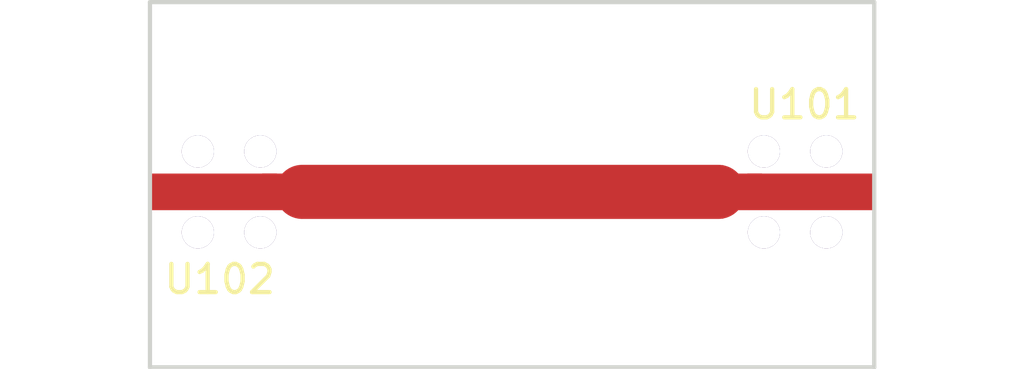
<source format=kicad_pcb>
(kicad_pcb (version 4) (host pcbnew 4.0.6)

  (general
    (links 12)
    (no_connects 8)
    (area 126.353499 83.363999 152.157501 96.468001)
    (thickness 1.6)
    (drawings 4)
    (tracks 3)
    (zones 0)
    (modules 2)
    (nets 3)
  )

  (page A4)
  (layers
    (0 F.Cu signal)
    (1 In1.Cu signal)
    (2 In2.Cu signal hide)
    (31 B.Cu signal)
    (32 B.Adhes user)
    (33 F.Adhes user)
    (34 B.Paste user)
    (35 F.Paste user)
    (36 B.SilkS user)
    (37 F.SilkS user)
    (38 B.Mask user)
    (39 F.Mask user)
    (40 Dwgs.User user)
    (41 Cmts.User user)
    (42 Eco1.User user)
    (43 Eco2.User user)
    (44 Edge.Cuts user)
    (45 Margin user)
    (46 B.CrtYd user)
    (47 F.CrtYd user)
    (48 B.Fab user)
    (49 F.Fab user)
  )

  (setup
    (last_trace_width 0.25)
    (user_trace_width 1)
    (user_trace_width 1.2)
    (user_trace_width 1.92)
    (trace_clearance 0.13)
    (zone_clearance 0.1779)
    (zone_45_only no)
    (trace_min 0.2)
    (segment_width 0.2)
    (edge_width 0.15)
    (via_size 0.6)
    (via_drill 0.4)
    (via_min_size 0.4)
    (via_min_drill 0.3)
    (uvia_size 0.3)
    (uvia_drill 0.1)
    (uvias_allowed no)
    (uvia_min_size 0.2)
    (uvia_min_drill 0.1)
    (pcb_text_width 0.3)
    (pcb_text_size 1.5 1.5)
    (mod_edge_width 0.15)
    (mod_text_size 1 1)
    (mod_text_width 0.15)
    (pad_size 4.55 2.4)
    (pad_drill 0)
    (pad_to_mask_clearance 0.2)
    (aux_axis_origin 0 0)
    (visible_elements FFFFFF7F)
    (pcbplotparams
      (layerselection 0x01000_00000001)
      (usegerberextensions true)
      (excludeedgelayer true)
      (linewidth 0.100000)
      (plotframeref false)
      (viasonmask false)
      (mode 1)
      (useauxorigin false)
      (hpglpennumber 1)
      (hpglpenspeed 20)
      (hpglpendiameter 15)
      (hpglpenoverlay 2)
      (psnegative false)
      (psa4output false)
      (plotreference true)
      (plotvalue true)
      (plotinvisibletext false)
      (padsonsilk false)
      (subtractmaskfromsilk false)
      (outputformat 1)
      (mirror false)
      (drillshape 0)
      (scaleselection 1)
      (outputdirectory ../../../../othermill/cpw/cpw_launch/))
  )

  (net 0 "")
  (net 1 "Net-(U101-Pad1)")
  (net 2 GND)

  (net_class Default "This is the default net class."
    (clearance 0.13)
    (trace_width 0.25)
    (via_dia 0.6)
    (via_drill 0.4)
    (uvia_dia 0.3)
    (uvia_drill 0.1)
    (add_net GND)
    (add_net "Net-(U101-Pad1)")
  )

  (module vna_footprints:SMA_901-10512_30MIL_RT6002_CPW_LAUNCH_NOPAD (layer F.Cu) (tedit 590F85CA) (tstamp 590F92B7)
    (at 149.86 90.17)
    (path /577AF875)
    (fp_text reference U101 (at -0.25 -3.1) (layer F.SilkS)
      (effects (font (size 1 1) (thickness 0.15)))
    )
    (fp_text value CONN_SMA_2GND (at 1.1 -5) (layer F.Fab)
      (effects (font (size 1 1) (thickness 0.15)))
    )
    (pad 2 thru_hole circle (at -1.685 -1.435) (size 1.14 1.14) (drill 1.14) (layers *.Cu *.Mask)
      (net 2 GND))
    (pad 2 thru_hole circle (at 0.525 -1.435) (size 1.14 1.14) (drill 1.14) (layers *.Cu *.Mask)
      (net 2 GND))
    (pad 3 thru_hole circle (at 0.525 1.435) (size 1.14 1.14) (drill 1.14) (layers *.Cu *.Mask)
      (net 2 GND))
    (pad 3 thru_hole circle (at -1.685 1.435) (size 1.14 1.14) (drill 1.14) (layers *.Cu *.Mask)
      (net 2 GND))
    (pad 1 smd rect (at 0 0) (size 4.55 1.3) (layers F.Cu F.Paste F.Mask)
      (net 1 "Net-(U101-Pad1)"))
    (pad 1 smd trapezoid (at -2.75 0) (size 0.8 1.3) (rect_delta 0.62 0 ) (layers F.Cu F.Paste F.Mask)
      (net 1 "Net-(U101-Pad1)"))
    (pad 1 smd rect (at -2.25 0) (size 1 1.3) (layers F.Cu F.Paste F.Mask)
      (net 1 "Net-(U101-Pad1)"))
  )

  (module vna_footprints:SMA_901-10512_30MIL_RT6002_CPW_LAUNCH_NOPAD (layer F.Cu) (tedit 590F85CA) (tstamp 590F92C1)
    (at 128.651 90.17 180)
    (path /577AF8C4)
    (fp_text reference U102 (at -0.25 -3.1 180) (layer F.SilkS)
      (effects (font (size 1 1) (thickness 0.15)))
    )
    (fp_text value CONN_SMA_2GND (at 1.1 -5 180) (layer F.Fab)
      (effects (font (size 1 1) (thickness 0.15)))
    )
    (pad 2 thru_hole circle (at -1.685 -1.435 180) (size 1.14 1.14) (drill 1.14) (layers *.Cu *.Mask)
      (net 2 GND))
    (pad 2 thru_hole circle (at 0.525 -1.435 180) (size 1.14 1.14) (drill 1.14) (layers *.Cu *.Mask)
      (net 2 GND))
    (pad 3 thru_hole circle (at 0.525 1.435 180) (size 1.14 1.14) (drill 1.14) (layers *.Cu *.Mask)
      (net 2 GND))
    (pad 3 thru_hole circle (at -1.685 1.435 180) (size 1.14 1.14) (drill 1.14) (layers *.Cu *.Mask)
      (net 2 GND))
    (pad 1 smd rect (at 0 0 180) (size 4.55 1.3) (layers F.Cu F.Paste F.Mask)
      (net 1 "Net-(U101-Pad1)"))
    (pad 1 smd trapezoid (at -2.75 0 180) (size 0.8 1.3) (rect_delta 0.62 0 ) (layers F.Cu F.Paste F.Mask)
      (net 1 "Net-(U101-Pad1)"))
    (pad 1 smd rect (at -2.25 0 180) (size 1 1.3) (layers F.Cu F.Paste F.Mask)
      (net 1 "Net-(U101-Pad1)"))
  )

  (gr_line (start 126.4285 96.393) (end 152.0825 96.393) (angle 90) (layer Edge.Cuts) (width 0.15))
  (gr_line (start 152.0825 83.439) (end 126.4285 83.439) (angle 90) (layer Edge.Cuts) (width 0.15))
  (gr_line (start 126.4285 83.439) (end 126.4285 96.393) (layer Edge.Cuts) (width 0.15))
  (gr_line (start 152.0825 83.439) (end 152.0825 96.393) (layer Edge.Cuts) (width 0.15))

  (segment (start 131.826 90.17) (end 146.558 90.17) (width 1.92) (layer F.Cu) (net 1))
  (segment (start 130.901 90.17) (end 131.826 90.17) (width 1.2) (layer F.Cu) (net 1))
  (segment (start 130.901 90.17) (end 131.401 90.17) (width 0.25) (layer F.Cu) (net 1))

  (zone (net 2) (net_name GND) (layer In2.Cu) (tstamp 0) (hatch edge 0.508)
    (connect_pads yes (clearance 0.2))
    (min_thickness 0.254)
    (fill yes (arc_segments 16) (thermal_gap 0.508) (thermal_bridge_width 0.508))
    (polygon
      (pts
        (xy 114.5 82.5) (xy 114.5 97.5) (xy 164 97.5) (xy 164 82.5) (xy 165 82.5)
      )
    )
  )
)

</source>
